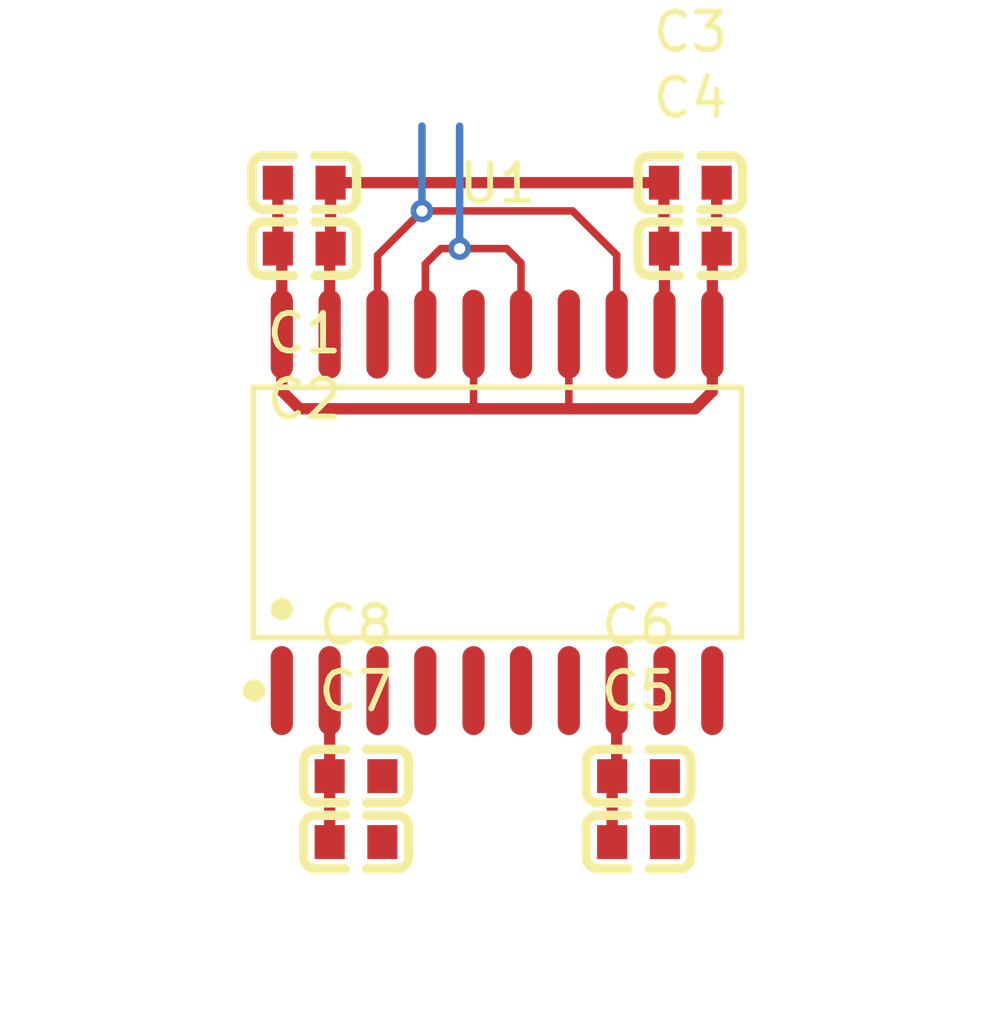
<source format=kicad_pcb>
(kicad_pcb (version 20241229) (generator "pcbnew") (generator_version "9.0")
  (layers (0 "F.Cu" signal) (2 "B.Cu" signal) (13 "F.Paste" user) (15 "B.Paste" user) (5 "F.SilkS" user "F.Silkscreen") (7 "B.SilkS" user "B.Silkscreen") (1 "F.Mask" user) (3 "B.Mask" user) (25 "Edge.Cuts" user))
  (net 0 "")
  (net 1 "hv-1")
  (net 2 "transceiver-line-5")
  (net 3 "gnd-1")
  (net 4 "transceiver-line-3")
  (net 5 "transceiver-line")
  (net 6 "hv")
  (net 7 "transceiver-line-2")
  (net 8 "transceiver-line-1")
  (net 9 "transceiver-line-4")
  (net 10 "gnd")
  (footprint "atopile:C0603-bd72f6" (layer "F.Cu") (at -3.75 8.75)
    (property "Reference" "C7" (at 0 -4 0) (layer "F.SilkS"))
    (property "Value" "100nF ±5% 50V X7R")
    (fp_line (start -1.39 0.4) (end -1.39 -0.4) (stroke (width 0.25)) (layer "F.SilkS"))
    (fp_line (start -0.28 -0.71) (end -1.08 -0.71) (stroke (width 0.25)) (layer "F.SilkS"))
    (fp_line (start -0.28 0.71) (end -1.08 0.71) (stroke (width 0.25)) (layer "F.SilkS"))
    (fp_line (start 0.28 -0.71) (end 1.08 -0.71) (stroke (width 0.25)) (layer "F.SilkS"))
    (fp_line (start 0.28 0.71) (end 1.08 0.71) (stroke (width 0.25)) (layer "F.SilkS"))
    (fp_line (start 1.39 -0.4) (end 1.39 0.4) (stroke (width 0.25)) (layer "F.SilkS"))
    (fp_arc (start -1.39 -0.4) (mid -1.299203 -0.619203) (end -1.08 -0.71) (stroke (width 0.25)) (layer "F.SilkS"))
    (fp_arc (start -1.08 0.71) (mid -1.299203 0.619203) (end -1.39 0.4) (stroke (width 0.25)) (layer "F.SilkS"))
    (fp_arc (start 1.08 -0.71) (mid 1.299203 -0.619203) (end 1.39 -0.4) (stroke (width 0.25)) (layer "F.SilkS"))
    (fp_arc (start 1.39 0.4) (mid 1.299203 0.619203) (end 1.08 0.71) (stroke (width 0.25)) (layer "F.SilkS"))
    (fp_text user "${REFERENCE}" (at 0 -4 0) (layer "F.SilkS"))
    (pad "1" smd rect (at -0.7 0) (size 0.8 0.9) (layers "F.Cu" "F.Mask" "F.Paste") (net 6 "hv"))
    (pad "2" smd rect (at 0.7 0) (size 0.8 0.9) (layers "F.Cu" "F.Mask" "F.Paste") (net 10 "gnd"))
  )
  (footprint "atopile:C0603-bd72f6" (layer "F.Cu") (at 3.75 7)
    (property "Reference" "C6" (at 0 -4 0) (layer "F.SilkS"))
    (property "Value" "10nF ±5% 50V X7R")
    (fp_line (start -1.39 0.4) (end -1.39 -0.4) (stroke (width 0.25)) (layer "F.SilkS"))
    (fp_line (start -0.28 -0.71) (end -1.08 -0.71) (stroke (width 0.25)) (layer "F.SilkS"))
    (fp_line (start -0.28 0.71) (end -1.08 0.71) (stroke (width 0.25)) (layer "F.SilkS"))
    (fp_line (start 0.28 -0.71) (end 1.08 -0.71) (stroke (width 0.25)) (layer "F.SilkS"))
    (fp_line (start 0.28 0.71) (end 1.08 0.71) (stroke (width 0.25)) (layer "F.SilkS"))
    (fp_line (start 1.39 -0.4) (end 1.39 0.4) (stroke (width 0.25)) (layer "F.SilkS"))
    (fp_arc (start -1.39 -0.4) (mid -1.299203 -0.619203) (end -1.08 -0.71) (stroke (width 0.25)) (layer "F.SilkS"))
    (fp_arc (start -1.08 0.71) (mid -1.299203 0.619203) (end -1.39 0.4) (stroke (width 0.25)) (layer "F.SilkS"))
    (fp_arc (start 1.08 -0.71) (mid 1.299203 -0.619203) (end 1.39 -0.4) (stroke (width 0.25)) (layer "F.SilkS"))
    (fp_arc (start 1.39 0.4) (mid 1.299203 0.619203) (end 1.08 0.71) (stroke (width 0.25)) (layer "F.SilkS"))
    (fp_text user "${REFERENCE}" (at 0 -4 0) (layer "F.SilkS"))
    (pad "1" smd rect (at -0.7 0) (size 0.8 0.9) (layers "F.Cu" "F.Mask" "F.Paste") (net 6 "hv"))
    (pad "2" smd rect (at 0.7 0) (size 0.8 0.9) (layers "F.Cu" "F.Mask" "F.Paste") (net 10 "gnd"))
  )
  (footprint "atopile:C0603-bd72f6" (layer "F.Cu") (at -5.125 -8.75 180)
    (property "Reference" "C1" (at 0 -4 0) (layer "F.SilkS"))
    (property "Value" "100nF ±5% 50V X7R")
    (fp_line (start 1.39 -0.4) (end 1.39 0.4) (stroke (width 0.25)) (layer "F.SilkS"))
    (fp_line (start 0.28 0.71) (end 1.08 0.71) (stroke (width 0.25)) (layer "F.SilkS"))
    (fp_line (start 0.28 -0.71) (end 1.08 -0.71) (stroke (width 0.25)) (layer "F.SilkS"))
    (fp_line (start -0.28 0.71) (end -1.08 0.71) (stroke (width 0.25)) (layer "F.SilkS"))
    (fp_line (start -0.28 -0.71) (end -1.08 -0.71) (stroke (width 0.25)) (layer "F.SilkS"))
    (fp_line (start -1.39 0.4) (end -1.39 -0.4) (stroke (width 0.25)) (layer "F.SilkS"))
    (fp_arc (start 1.39 0.4) (mid 1.299203 0.619203) (end 1.08 0.71) (stroke (width 0.25)) (layer "F.SilkS"))
    (fp_arc (start 1.08 -0.71) (mid 1.299203 -0.619203) (end 1.39 -0.4) (stroke (width 0.25)) (layer "F.SilkS"))
    (fp_arc (start -1.08 0.71) (mid -1.299203 0.619203) (end -1.39 0.4) (stroke (width 0.25)) (layer "F.SilkS"))
    (fp_arc (start -1.39 -0.4) (mid -1.299203 -0.619203) (end -1.08 -0.71) (stroke (width 0.25)) (layer "F.SilkS"))
    (fp_text user "${REFERENCE}" (at 0 -4 0) (layer "F.SilkS"))
    (pad "1" smd rect (at -0.7 0 180) (size 0.8 0.9) (layers "F.Cu" "F.Mask" "F.Paste") (net 1 "hv-1"))
    (pad "2" smd rect (at 0.7 0 180) (size 0.8 0.9) (layers "F.Cu" "F.Mask" "F.Paste") (net 3 "gnd-1"))
  )
  (footprint "atopile:C0603-bd72f6" (layer "F.Cu") (at 3.75 8.75)
    (property "Reference" "C5" (at 0 -4 0) (layer "F.SilkS"))
    (property "Value" "100nF ±5% 50V X7R")
    (fp_line (start -1.39 0.4) (end -1.39 -0.4) (stroke (width 0.25)) (layer "F.SilkS"))
    (fp_line (start -0.28 -0.71) (end -1.08 -0.71) (stroke (width 0.25)) (layer "F.SilkS"))
    (fp_line (start -0.28 0.71) (end -1.08 0.71) (stroke (width 0.25)) (layer "F.SilkS"))
    (fp_line (start 0.28 -0.71) (end 1.08 -0.71) (stroke (width 0.25)) (layer "F.SilkS"))
    (fp_line (start 0.28 0.71) (end 1.08 0.71) (stroke (width 0.25)) (layer "F.SilkS"))
    (fp_line (start 1.39 -0.4) (end 1.39 0.4) (stroke (width 0.25)) (layer "F.SilkS"))
    (fp_arc (start -1.39 -0.4) (mid -1.299203 -0.619203) (end -1.08 -0.71) (stroke (width 0.25)) (layer "F.SilkS"))
    (fp_arc (start -1.08 0.71) (mid -1.299203 0.619203) (end -1.39 0.4) (stroke (width 0.25)) (layer "F.SilkS"))
    (fp_arc (start 1.08 -0.71) (mid 1.299203 -0.619203) (end 1.39 -0.4) (stroke (width 0.25)) (layer "F.SilkS"))
    (fp_arc (start 1.39 0.4) (mid 1.299203 0.619203) (end 1.08 0.71) (stroke (width 0.25)) (layer "F.SilkS"))
    (fp_text user "${REFERENCE}" (at 0 -4 0) (layer "F.SilkS"))
    (pad "1" smd rect (at -0.7 0) (size 0.8 0.9) (layers "F.Cu" "F.Mask" "F.Paste") (net 6 "hv"))
    (pad "2" smd rect (at 0.7 0) (size 0.8 0.9) (layers "F.Cu" "F.Mask" "F.Paste") (net 10 "gnd"))
  )
  (footprint "atopile:C0603-bd72f6" (layer "F.Cu") (at 5.125 -8.75)
    (property "Reference" "C3" (at 0 -4 0) (layer "F.SilkS"))
    (property "Value" "100nF ±5% 50V X7R")
    (fp_line (start -1.39 0.4) (end -1.39 -0.4) (stroke (width 0.25)) (layer "F.SilkS"))
    (fp_line (start -0.28 -0.71) (end -1.08 -0.71) (stroke (width 0.25)) (layer "F.SilkS"))
    (fp_line (start -0.28 0.71) (end -1.08 0.71) (stroke (width 0.25)) (layer "F.SilkS"))
    (fp_line (start 0.28 -0.71) (end 1.08 -0.71) (stroke (width 0.25)) (layer "F.SilkS"))
    (fp_line (start 0.28 0.71) (end 1.08 0.71) (stroke (width 0.25)) (layer "F.SilkS"))
    (fp_line (start 1.39 -0.4) (end 1.39 0.4) (stroke (width 0.25)) (layer "F.SilkS"))
    (fp_arc (start -1.39 -0.4) (mid -1.299203 -0.619203) (end -1.08 -0.71) (stroke (width 0.25)) (layer "F.SilkS"))
    (fp_arc (start -1.08 0.71) (mid -1.299203 0.619203) (end -1.39 0.4) (stroke (width 0.25)) (layer "F.SilkS"))
    (fp_arc (start 1.08 -0.71) (mid 1.299203 -0.619203) (end 1.39 -0.4) (stroke (width 0.25)) (layer "F.SilkS"))
    (fp_arc (start 1.39 0.4) (mid 1.299203 0.619203) (end 1.08 0.71) (stroke (width 0.25)) (layer "F.SilkS"))
    (fp_text user "${REFERENCE}" (at 0 -4 0) (layer "F.SilkS"))
    (pad "1" smd rect (at -0.7 0) (size 0.8 0.9) (layers "F.Cu" "F.Mask" "F.Paste") (net 1 "hv-1"))
    (pad "2" smd rect (at 0.7 0) (size 0.8 0.9) (layers "F.Cu" "F.Mask" "F.Paste") (net 3 "gnd-1"))
  )
  (footprint "atopile:C0603-bd72f6" (layer "F.Cu") (at 5.125 -7)
    (property "Reference" "C4" (at 0 -4 0) (layer "F.SilkS"))
    (property "Value" "10nF ±5% 50V X7R")
    (fp_line (start -1.39 0.4) (end -1.39 -0.4) (stroke (width 0.25)) (layer "F.SilkS"))
    (fp_line (start -0.28 -0.71) (end -1.08 -0.71) (stroke (width 0.25)) (layer "F.SilkS"))
    (fp_line (start -0.28 0.71) (end -1.08 0.71) (stroke (width 0.25)) (layer "F.SilkS"))
    (fp_line (start 0.28 -0.71) (end 1.08 -0.71) (stroke (width 0.25)) (layer "F.SilkS"))
    (fp_line (start 0.28 0.71) (end 1.08 0.71) (stroke (width 0.25)) (layer "F.SilkS"))
    (fp_line (start 1.39 -0.4) (end 1.39 0.4) (stroke (width 0.25)) (layer "F.SilkS"))
    (fp_arc (start -1.39 -0.4) (mid -1.299203 -0.619203) (end -1.08 -0.71) (stroke (width 0.25)) (layer "F.SilkS"))
    (fp_arc (start -1.08 0.71) (mid -1.299203 0.619203) (end -1.39 0.4) (stroke (width 0.25)) (layer "F.SilkS"))
    (fp_arc (start 1.08 -0.71) (mid 1.299203 -0.619203) (end 1.39 -0.4) (stroke (width 0.25)) (layer "F.SilkS"))
    (fp_arc (start 1.39 0.4) (mid 1.299203 0.619203) (end 1.08 0.71) (stroke (width 0.25)) (layer "F.SilkS"))
    (fp_text user "${REFERENCE}" (at 0 -4 0) (layer "F.SilkS"))
    (pad "1" smd rect (at -0.7 0) (size 0.8 0.9) (layers "F.Cu" "F.Mask" "F.Paste") (net 1 "hv-1"))
    (pad "2" smd rect (at 0.7 0) (size 0.8 0.9) (layers "F.Cu" "F.Mask" "F.Paste") (net 3 "gnd-1"))
  )
  (footprint "atopile:SOIC-20_L13.0-W7.6-P1.27-LS10.3-BL-5ed090" (layer "F.Cu") (at 0 0)
    (property "Reference" "U1" (at 0 -8.73 0) (layer "F.SilkS"))
    (property "Value" "")
    (fp_line (start -6.48 -3.32) (end 6.48 -3.32) (stroke (width 0.15)) (layer "F.SilkS"))
    (fp_line (start -6.48 3.32) (end -6.48 -3.32) (stroke (width 0.15)) (layer "F.SilkS"))
    (fp_line (start 6.48 -3.32) (end 6.48 3.32) (stroke (width 0.15)) (layer "F.SilkS"))
    (fp_line (start 6.48 3.32) (end -6.48 3.32) (stroke (width 0.15)) (layer "F.SilkS"))
    (fp_circle (center -6.46 4.73) (end -6.31 4.73) (stroke (width 0.3)) (fill no) (layer "F.SilkS"))
    (fp_circle (center -5.72 2.57) (end -5.57 2.57) (stroke (width 0.3)) (fill no) (layer "F.SilkS"))
    (fp_text user "${REFERENCE}" (at 0 -8.73 0) (layer "F.SilkS"))
    (pad "1" smd oval (at -5.72 4.73) (size 0.59 2.36) (layers "F.Cu" "F.Mask" "F.Paste") (net 10 "gnd"))
    (pad "2" smd oval (at -4.45 4.73) (size 0.59 2.36) (layers "F.Cu" "F.Mask" "F.Paste") (net 6 "hv"))
    (pad "3" smd oval (at -3.18 4.73) (size 0.59 2.36) (layers "F.Cu" "F.Mask" "F.Paste") (net 10 "gnd"))
    (pad "4" smd oval (at -1.91 4.73) (size 0.59 2.36) (layers "F.Cu" "F.Mask" "F.Paste") (net 2 "transceiver-line-5"))
    (pad "5" smd oval (at -0.63 4.73) (size 0.59 2.36) (layers "F.Cu" "F.Mask" "F.Paste") (net 9 "transceiver-line-4"))
    (pad "6" smd oval (at 0.63 4.73) (size 0.59 2.36) (layers "F.Cu" "F.Mask" "F.Paste") (net 4 "transceiver-line-3"))
    (pad "7" smd oval (at 1.9 4.73) (size 0.59 2.36) (layers "F.Cu" "F.Mask" "F.Paste") (net 8 "transceiver-line-1"))
    (pad "8" smd oval (at 3.17 4.73) (size 0.59 2.36) (layers "F.Cu" "F.Mask" "F.Paste") (net 6 "hv"))
    (pad "9" smd oval (at 4.44 4.73) (size 0.59 2.36) (layers "F.Cu" "F.Mask" "F.Paste") (net 10 "gnd"))
    (pad "10" smd oval (at 5.71 4.73) (size 0.59 2.36) (layers "F.Cu" "F.Mask" "F.Paste") (net 10 "gnd"))
    (pad "11" smd oval (at 5.71 -4.73) (size 0.59 2.36) (layers "F.Cu" "F.Mask" "F.Paste") (net 3 "gnd-1"))
    (pad "12" smd oval (at 4.44 -4.73) (size 0.59 2.36) (layers "F.Cu" "F.Mask" "F.Paste") (net 1 "hv-1"))
    (pad "13" smd oval (at 3.17 -4.73) (size 0.59 2.36) (layers "F.Cu" "F.Mask" "F.Paste") (net 5 "transceiver-line"))
    (pad "14" smd oval (at 1.9 -4.73) (size 0.59 2.36) (layers "F.Cu" "F.Mask" "F.Paste") (net 3 "gnd-1"))
    (pad "15" smd oval (at 0.63 -4.73) (size 0.59 2.36) (layers "F.Cu" "F.Mask" "F.Paste") (net 7 "transceiver-line-2"))
    (pad "16" smd oval (at -0.63 -4.73) (size 0.59 2.36) (layers "F.Cu" "F.Mask" "F.Paste") (net 3 "gnd-1"))
    (pad "17" smd oval (at -1.91 -4.73) (size 0.59 2.36) (layers "F.Cu" "F.Mask" "F.Paste") (net 7 "transceiver-line-2"))
    (pad "18" smd oval (at -3.18 -4.73) (size 0.59 2.36) (layers "F.Cu" "F.Mask" "F.Paste") (net 5 "transceiver-line"))
    (pad "19" smd oval (at -4.45 -4.73) (size 0.59 2.36) (layers "F.Cu" "F.Mask" "F.Paste") (net 1 "hv-1"))
    (pad "20" smd oval (at -5.72 -4.73) (size 0.59 2.36) (layers "F.Cu" "F.Mask" "F.Paste") (net 3 "gnd-1"))
  )
  (footprint "atopile:C0603-bd72f6" (layer "F.Cu") (at -5.125 -7 180)
    (property "Reference" "C2" (at 0 -4 0) (layer "F.SilkS"))
    (property "Value" "10nF ±5% 50V X7R")
    (fp_line (start 1.39 -0.4) (end 1.39 0.4) (stroke (width 0.25)) (layer "F.SilkS"))
    (fp_line (start 0.28 0.71) (end 1.08 0.71) (stroke (width 0.25)) (layer "F.SilkS"))
    (fp_line (start 0.28 -0.71) (end 1.08 -0.71) (stroke (width 0.25)) (layer "F.SilkS"))
    (fp_line (start -0.28 0.71) (end -1.08 0.71) (stroke (width 0.25)) (layer "F.SilkS"))
    (fp_line (start -0.28 -0.71) (end -1.08 -0.71) (stroke (width 0.25)) (layer "F.SilkS"))
    (fp_line (start -1.39 0.4) (end -1.39 -0.4) (stroke (width 0.25)) (layer "F.SilkS"))
    (fp_arc (start 1.39 0.4) (mid 1.299203 0.619203) (end 1.08 0.71) (stroke (width 0.25)) (layer "F.SilkS"))
    (fp_arc (start 1.08 -0.71) (mid 1.299203 -0.619203) (end 1.39 -0.4) (stroke (width 0.25)) (layer "F.SilkS"))
    (fp_arc (start -1.08 0.71) (mid -1.299203 0.619203) (end -1.39 0.4) (stroke (width 0.25)) (layer "F.SilkS"))
    (fp_arc (start -1.39 -0.4) (mid -1.299203 -0.619203) (end -1.08 -0.71) (stroke (width 0.25)) (layer "F.SilkS"))
    (fp_text user "${REFERENCE}" (at 0 -4 0) (layer "F.SilkS"))
    (pad "1" smd rect (at -0.7 0 180) (size 0.8 0.9) (layers "F.Cu" "F.Mask" "F.Paste") (net 1 "hv-1"))
    (pad "2" smd rect (at 0.7 0 180) (size 0.8 0.9) (layers "F.Cu" "F.Mask" "F.Paste") (net 3 "gnd-1"))
  )
  (footprint "atopile:C0603-bd72f6" (layer "F.Cu") (at -3.75 7)
    (property "Reference" "C8" (at 0 -4 0) (layer "F.SilkS"))
    (property "Value" "10nF ±5% 50V X7R")
    (fp_line (start -1.39 0.4) (end -1.39 -0.4) (stroke (width 0.25)) (layer "F.SilkS"))
    (fp_line (start -0.28 -0.71) (end -1.08 -0.71) (stroke (width 0.25)) (layer "F.SilkS"))
    (fp_line (start -0.28 0.71) (end -1.08 0.71) (stroke (width 0.25)) (layer "F.SilkS"))
    (fp_line (start 0.28 -0.71) (end 1.08 -0.71) (stroke (width 0.25)) (layer "F.SilkS"))
    (fp_line (start 0.28 0.71) (end 1.08 0.71) (stroke (width 0.25)) (layer "F.SilkS"))
    (fp_line (start 1.39 -0.4) (end 1.39 0.4) (stroke (width 0.25)) (layer "F.SilkS"))
    (fp_arc (start -1.39 -0.4) (mid -1.299203 -0.619203) (end -1.08 -0.71) (stroke (width 0.25)) (layer "F.SilkS"))
    (fp_arc (start -1.08 0.71) (mid -1.299203 0.619203) (end -1.39 0.4) (stroke (width 0.25)) (layer "F.SilkS"))
    (fp_arc (start 1.08 -0.71) (mid 1.299203 -0.619203) (end 1.39 -0.4) (stroke (width 0.25)) (layer "F.SilkS"))
    (fp_arc (start 1.39 0.4) (mid 1.299203 0.619203) (end 1.08 0.71) (stroke (width 0.25)) (layer "F.SilkS"))
    (fp_text user "${REFERENCE}" (at 0 -4 0) (layer "F.SilkS"))
    (pad "1" smd rect (at -0.7 0) (size 0.8 0.9) (layers "F.Cu" "F.Mask" "F.Paste") (net 6 "hv"))
    (pad "2" smd rect (at 0.7 0) (size 0.8 0.9) (layers "F.Cu" "F.Mask" "F.Paste") (net 10 "gnd"))
  )
  (segment (start 4.44 -6.985) (end 4.425 -7) (width 0.3) (layer "F.Cu") (net 1))
  (segment (start 4.425 -8.75) (end 4.425 -7) (width 0.3) (layer "F.Cu") (net 1))
  (segment (start -4.45 -4.73) (end -4.45 -6.975) (width 0.3) (layer "F.Cu") (net 1))
  (segment (start -4.425 -8.75) (end -4.425 -7) (width 0.3) (layer "F.Cu") (net 1))
  (segment (start -4.425 -8.75) (end 4.425 -8.75) (width 0.3) (layer "F.Cu") (net 1))
  (segment (start 4.44 -4.73) (end 4.44 -6.985) (width 0.3) (layer "F.Cu") (net 1))
  (segment (start -4.45 -6.975) (end -4.425 -7) (width 0.3) (layer "F.Cu") (net 1))
  (segment (start -5.825 -8.75) (end -5.825 -7) (width 0.3) (layer "F.Cu") (net 3))
  (segment (start 1.9 -2.85) (end 2 -2.75) (width 0.2) (layer "F.Cu") (net 3))
  (segment (start -5.72 -4.73) (end -5.72 -6.895) (width 0.3) (layer "F.Cu") (net 3))
  (segment (start 5.825 -8.75) (end 5.825 -7) (width 0.3) (layer "F.Cu") (net 3))
  (segment (start -0.63 -4.73) (end -0.63 -2.88) (width 0.2) (layer "F.Cu") (net 3))
  (segment (start -5.72 -4.73) (end -5.72 -3.22) (width 0.3) (layer "F.Cu") (net 3))
  (segment (start 1.9 -4.73) (end 1.9 -2.85) (width 0.2) (layer "F.Cu") (net 3))
  (segment (start 5.71 -4.73) (end 5.71 -6.885) (width 0.3) (layer "F.Cu") (net 3))
  (segment (start -5.25 -2.75) (end -0.5 -2.75) (width 0.3) (layer "F.Cu") (net 3))
  (segment (start 5.25 -2.75) (end 5.71 -3.21) (width 0.3) (layer "F.Cu") (net 3))
  (segment (start -0.63 -2.88) (end -0.5 -2.75) (width 0.2) (layer "F.Cu") (net 3))
  (segment (start -0.5 -2.75) (end 2 -2.75) (width 0.3) (layer "F.Cu") (net 3))
  (segment (start -5.72 -3.22) (end -5.25 -2.75) (width 0.3) (layer "F.Cu") (net 3))
  (segment (start 5.71 -6.885) (end 5.825 -7) (width 0.3) (layer "F.Cu") (net 3))
  (segment (start -5.72 -6.895) (end -5.825 -7) (width 0.3) (layer "F.Cu") (net 3))
  (segment (start 2 -2.75) (end 5.25 -2.75) (width 0.3) (layer "F.Cu") (net 3))
  (segment (start 5.71 -3.21) (end 5.71 -4.73) (width 0.3) (layer "F.Cu") (net 3))
  (segment (start -3.18 -6.82) (end -2 -8) (width 0.2) (layer "F.Cu") (net 5))
  (segment (start -3.18 -4.73) (end -3.18 -6.82) (width 0.2) (layer "F.Cu") (net 5))
  (segment (start 3.17 -6.83) (end 3.17 -4.73) (width 0.2) (layer "F.Cu") (net 5))
  (segment (start 2 -8) (end 3.17 -6.83) (width 0.2) (layer "F.Cu") (net 5))
  (segment (start -2 -8) (end 2 -8) (width 0.2) (layer "F.Cu") (net 5))
  (via (at -2 -8) (size 0.6) (drill 0.3) (layers "F.Cu" "B.Cu") (net 5))
  (segment (start -2 -8) (end -2 -10.25) (width 0.2) (layer "B.Cu") (net 5))
  (segment (start 3.17 4.73) (end 3.17 6.88) (width 0.3) (layer "F.Cu") (net 6))
  (segment (start -4.45 8.75) (end -4.45 7) (width 0.3) (layer "F.Cu") (net 6))
  (segment (start 3.17 6.88) (end 3.05 7) (width 0.3) (layer "F.Cu") (net 6))
  (segment (start 3.05 7) (end 3.05 8.75) (width 0.3) (layer "F.Cu") (net 6))
  (segment (start -4.45 7) (end -4.45 4.73) (width 0.3) (layer "F.Cu") (net 6))
  (segment (start -1 -7) (end -1.5 -7) (width 0.2) (layer "F.Cu") (net 7))
  (segment (start 0.25 -7) (end -1 -7) (width 0.2) (layer "F.Cu") (net 7))
  (segment (start -1.91 -6.59) (end -1.91 -4.73) (width 0.2) (layer "F.Cu") (net 7))
  (segment (start 0.63 -4.73) (end 0.63 -6.62) (width 0.2) (layer "F.Cu") (net 7))
  (segment (start -1.5 -7) (end -1.91 -6.59) (width 0.2) (layer "F.Cu") (net 7))
  (segment (start 0.63 -6.62) (end 0.25 -7) (width 0.2) (layer "F.Cu") (net 7))
  (via (at -1 -7) (size 0.6) (drill 0.3) (layers "F.Cu" "B.Cu") (net 7))
  (segment (start -1 -7) (end -1 -10.25) (width 0.2) (layer "B.Cu") (net 7))
)
</source>
